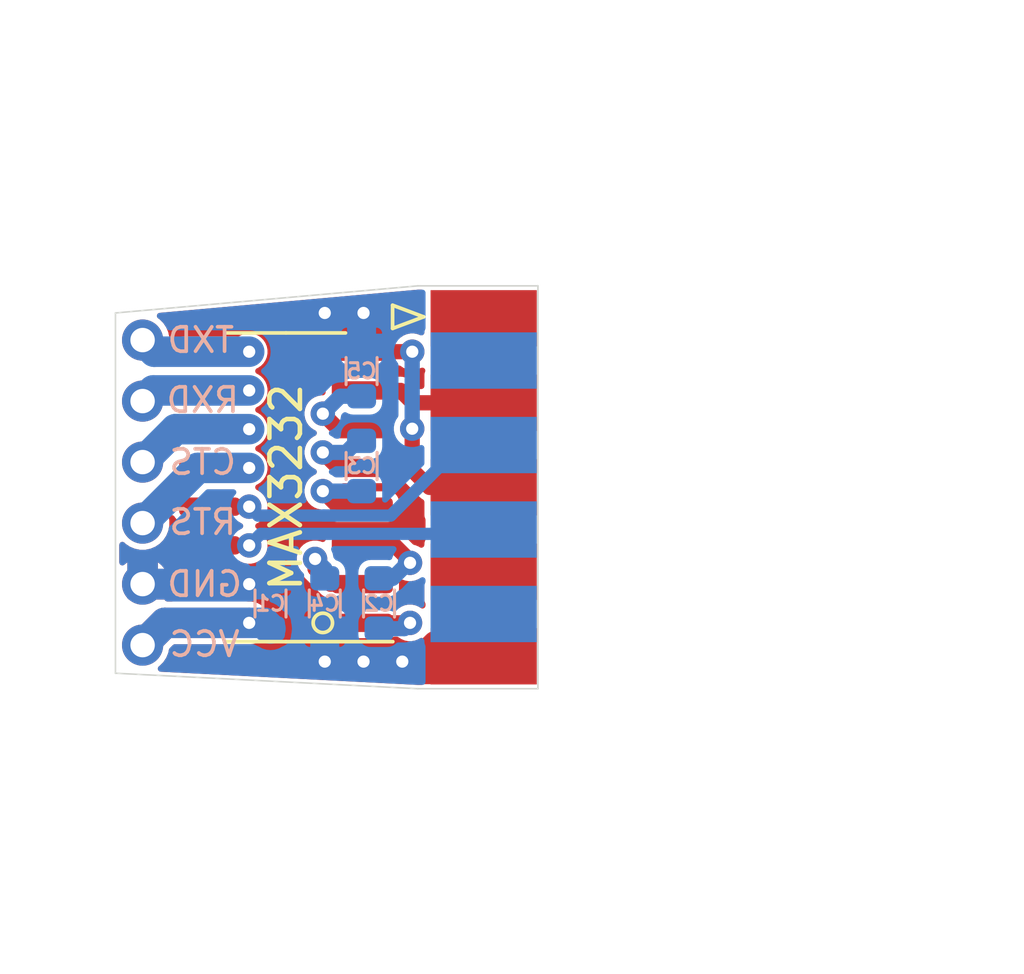
<source format=kicad_pcb>
(kicad_pcb (version 20171130) (host pcbnew "(5.1.9)-1")

  (general
    (thickness 1.6)
    (drawings 16)
    (tracks 120)
    (zones 0)
    (modules 8)
    (nets 21)
  )

  (page USLetter)
  (layers
    (0 F.Cu signal)
    (31 B.Cu signal)
    (32 B.Adhes user)
    (33 F.Adhes user)
    (34 B.Paste user)
    (35 F.Paste user)
    (36 B.SilkS user)
    (37 F.SilkS user)
    (38 B.Mask user)
    (39 F.Mask user)
    (40 Dwgs.User user)
    (41 Cmts.User user)
    (42 Eco1.User user)
    (43 Eco2.User user)
    (44 Edge.Cuts user)
    (45 Margin user)
    (46 B.CrtYd user)
    (47 F.CrtYd user)
    (48 B.Fab user)
    (49 F.Fab user)
  )

  (setup
    (last_trace_width 0.5)
    (user_trace_width 0.4)
    (user_trace_width 0.5)
    (user_trace_width 1)
    (trace_clearance 0.2)
    (zone_clearance 0.508)
    (zone_45_only no)
    (trace_min 0.2)
    (via_size 0.8)
    (via_drill 0.4)
    (via_min_size 0.4)
    (via_min_drill 0.3)
    (uvia_size 0.3)
    (uvia_drill 0.1)
    (uvias_allowed no)
    (uvia_min_size 0.2)
    (uvia_min_drill 0.1)
    (edge_width 0.05)
    (segment_width 0.2)
    (pcb_text_width 0.3)
    (pcb_text_size 1.5 1.5)
    (mod_edge_width 0.12)
    (mod_text_size 1 1)
    (mod_text_width 0.15)
    (pad_size 1.35 1.35)
    (pad_drill 0.8)
    (pad_to_mask_clearance 0)
    (aux_axis_origin 0 0)
    (visible_elements 7FFFFFFF)
    (pcbplotparams
      (layerselection 0x010fc_ffffffff)
      (usegerberextensions false)
      (usegerberattributes true)
      (usegerberadvancedattributes true)
      (creategerberjobfile true)
      (excludeedgelayer true)
      (linewidth 0.100000)
      (plotframeref false)
      (viasonmask false)
      (mode 1)
      (useauxorigin false)
      (hpglpennumber 1)
      (hpglpenspeed 20)
      (hpglpendiameter 15.000000)
      (psnegative false)
      (psa4output false)
      (plotreference true)
      (plotvalue true)
      (plotinvisibletext false)
      (padsonsilk false)
      (subtractmaskfromsilk false)
      (outputformat 1)
      (mirror false)
      (drillshape 0)
      (scaleselection 1)
      (outputdirectory "output/gerber/"))
  )

  (net 0 "")
  (net 1 GND)
  (net 2 "Net-(C2-Pad2)")
  (net 3 "Net-(C2-Pad1)")
  (net 4 "Net-(C3-Pad1)")
  (net 5 "Net-(C3-Pad2)")
  (net 6 "Net-(C4-Pad2)")
  (net 7 "Net-(C5-Pad2)")
  (net 8 "Net-(P1-Pad1)")
  (net 9 "Net-(P1-Pad2)")
  (net 10 "Net-(P1-Pad3)")
  (net 11 "Net-(P1-Pad4)")
  (net 12 "Net-(P1-Pad6)")
  (net 13 "Net-(P1-Pad7)")
  (net 14 "Net-(P1-Pad8)")
  (net 15 "Net-(P1-Pad9)")
  (net 16 CTS)
  (net 17 RTS)
  (net 18 RXD)
  (net 19 TXD)
  (net 20 VCC)

  (net_class Default "This is the default net class."
    (clearance 0.2)
    (trace_width 0.25)
    (via_dia 0.8)
    (via_drill 0.4)
    (uvia_dia 0.3)
    (uvia_drill 0.1)
    (add_net CTS)
    (add_net GND)
    (add_net "Net-(C2-Pad1)")
    (add_net "Net-(C2-Pad2)")
    (add_net "Net-(C3-Pad1)")
    (add_net "Net-(C3-Pad2)")
    (add_net "Net-(C4-Pad2)")
    (add_net "Net-(C5-Pad2)")
    (add_net "Net-(P1-Pad1)")
    (add_net "Net-(P1-Pad2)")
    (add_net "Net-(P1-Pad3)")
    (add_net "Net-(P1-Pad4)")
    (add_net "Net-(P1-Pad6)")
    (add_net "Net-(P1-Pad7)")
    (add_net "Net-(P1-Pad8)")
    (add_net "Net-(P1-Pad9)")
    (add_net RTS)
    (add_net RXD)
    (add_net TXD)
    (add_net VCC)
  )

  (module USER_Footprints:C_0603 (layer B.Cu) (tedit 637E5C5C) (tstamp 637F2BAD)
    (at 137.16 99.06 90)
    (descr "Capacitor SMD 0603 (1608 Metric), square (rectangular) end terminal, IPC_7351 nominal, (Body size source: IPC-SM-782 page 76, https://www.pcb-3d.com/wordpress/wp-content/uploads/ipc-sm-782a_amendment_1_and_2.pdf), generated with kicad-footprint-generator")
    (tags capacitor)
    (path /637FDCCD)
    (attr smd)
    (fp_text reference C4 (at 0 0 180) (layer B.SilkS)
      (effects (font (size 0.5 0.5) (thickness 0.1)) (justify mirror))
    )
    (fp_text value 1u (at 0 -0.889 90) (layer B.Fab)
      (effects (font (size 0.4 0.4) (thickness 0.08)) (justify mirror))
    )
    (fp_line (start -0.4445 -0.508) (end 0.4445 -0.508) (layer B.SilkS) (width 0.1))
    (fp_line (start -0.4445 0.508) (end 0.4445 0.508) (layer B.SilkS) (width 0.1))
    (fp_line (start 0.8 -0.4) (end -0.8 -0.4) (layer B.Fab) (width 0.1))
    (fp_line (start 0.8 0.4) (end 0.8 -0.4) (layer B.Fab) (width 0.1))
    (fp_line (start -0.8 0.4) (end 0.8 0.4) (layer B.Fab) (width 0.1))
    (fp_line (start -0.8 -0.4) (end -0.8 0.4) (layer B.Fab) (width 0.1))
    (fp_line (start -1.48 -0.73) (end -1.48 0.73) (layer B.CrtYd) (width 0.05))
    (fp_line (start -1.48 0.73) (end 1.48 0.73) (layer B.CrtYd) (width 0.05))
    (fp_line (start 1.48 0.73) (end 1.48 -0.73) (layer B.CrtYd) (width 0.05))
    (fp_line (start 1.48 -0.73) (end -1.48 -0.73) (layer B.CrtYd) (width 0.05))
    (fp_text user %R (at 0 0 90) (layer B.Fab)
      (effects (font (size 0.5 0.5) (thickness 0.1)) (justify mirror))
    )
    (pad 2 smd roundrect (at 0.825 0 90) (size 0.8 0.95) (layers B.Cu B.Paste B.Mask) (roundrect_rratio 0.25)
      (net 6 "Net-(C4-Pad2)"))
    (pad 1 smd roundrect (at -0.825 0 90) (size 0.8 0.95) (layers B.Cu B.Paste B.Mask) (roundrect_rratio 0.25)
      (net 1 GND))
    (model ${KISYS3DMOD}/Capacitor_SMD.3dshapes/C_0603_1608Metric.wrl
      (at (xyz 0 0 0))
      (scale (xyz 1 1 1))
      (rotate (xyz 0 0 0))
    )
  )

  (module Connector_PinHeader_2.00mm:PinHeader_1x06_P2.00mm_Vertical (layer B.Cu) (tedit 637F38D2) (tstamp 637FB1C3)
    (at 131.191 90.424 180)
    (descr "Through hole straight pin header, 1x06, 2.00mm pitch, single row")
    (tags "Through hole pin header THT 1x06 2.00mm single row")
    (path /638059BA)
    (fp_text reference J1 (at 0 2.06) (layer B.Fab)
      (effects (font (size 1 1) (thickness 0.15)) (justify mirror))
    )
    (fp_text value Conn_01x06 (at 0 -12.06) (layer B.Fab)
      (effects (font (size 1 1) (thickness 0.15)) (justify mirror))
    )
    (fp_line (start -0.5 1) (end 1 1) (layer B.Fab) (width 0.1))
    (fp_line (start 1 1) (end 1 -11) (layer B.Fab) (width 0.1))
    (fp_line (start 1 -11) (end -1 -11) (layer B.Fab) (width 0.1))
    (fp_line (start -1 -11) (end -1 0.5) (layer B.Fab) (width 0.1))
    (fp_line (start -1 0.5) (end -0.5 1) (layer B.Fab) (width 0.1))
    (fp_line (start -1.5 1.5) (end -1.5 -11.5) (layer B.CrtYd) (width 0.05))
    (fp_line (start -1.5 -11.5) (end 1.5 -11.5) (layer B.CrtYd) (width 0.05))
    (fp_line (start 1.5 -11.5) (end 1.5 1.5) (layer B.CrtYd) (width 0.05))
    (fp_line (start 1.5 1.5) (end -1.5 1.5) (layer B.CrtYd) (width 0.05))
    (fp_text user %R (at 0 -5 270) (layer B.Fab)
      (effects (font (size 1 1) (thickness 0.15)) (justify mirror))
    )
    (pad 1 thru_hole oval (at 0 0 180) (size 1.35 1.35) (drill 0.8) (layers *.Cu *.Mask)
      (net 19 TXD))
    (pad 2 thru_hole oval (at 0 -2 180) (size 1.35 1.35) (drill 0.8) (layers *.Cu *.Mask)
      (net 18 RXD))
    (pad 3 thru_hole oval (at 0 -4 180) (size 1.35 1.35) (drill 0.8) (layers *.Cu *.Mask)
      (net 16 CTS))
    (pad 4 thru_hole oval (at 0 -6 180) (size 1.35 1.35) (drill 0.8) (layers *.Cu *.Mask)
      (net 17 RTS))
    (pad 5 thru_hole oval (at 0 -8 180) (size 1.35 1.35) (drill 0.8) (layers *.Cu *.Mask)
      (net 1 GND))
    (pad 6 thru_hole oval (at 0 -10 180) (size 1.35 1.35) (drill 0.8) (layers *.Cu *.Mask)
      (net 20 VCC))
  )

  (module USER_Footprints:C_0603 (layer B.Cu) (tedit 637E5C5C) (tstamp 637F2B8B)
    (at 138.938 99.06 90)
    (descr "Capacitor SMD 0603 (1608 Metric), square (rectangular) end terminal, IPC_7351 nominal, (Body size source: IPC-SM-782 page 76, https://www.pcb-3d.com/wordpress/wp-content/uploads/ipc-sm-782a_amendment_1_and_2.pdf), generated with kicad-footprint-generator")
    (tags capacitor)
    (path /637FC2F6)
    (attr smd)
    (fp_text reference C2 (at 0 0 180) (layer B.SilkS)
      (effects (font (size 0.5 0.5) (thickness 0.1)) (justify mirror))
    )
    (fp_text value 1u (at 0 -0.889 90) (layer B.Fab)
      (effects (font (size 0.4 0.4) (thickness 0.08)) (justify mirror))
    )
    (fp_line (start -0.4445 -0.508) (end 0.4445 -0.508) (layer B.SilkS) (width 0.1))
    (fp_line (start -0.4445 0.508) (end 0.4445 0.508) (layer B.SilkS) (width 0.1))
    (fp_line (start 0.8 -0.4) (end -0.8 -0.4) (layer B.Fab) (width 0.1))
    (fp_line (start 0.8 0.4) (end 0.8 -0.4) (layer B.Fab) (width 0.1))
    (fp_line (start -0.8 0.4) (end 0.8 0.4) (layer B.Fab) (width 0.1))
    (fp_line (start -0.8 -0.4) (end -0.8 0.4) (layer B.Fab) (width 0.1))
    (fp_line (start -1.48 -0.73) (end -1.48 0.73) (layer B.CrtYd) (width 0.05))
    (fp_line (start -1.48 0.73) (end 1.48 0.73) (layer B.CrtYd) (width 0.05))
    (fp_line (start 1.48 0.73) (end 1.48 -0.73) (layer B.CrtYd) (width 0.05))
    (fp_line (start 1.48 -0.73) (end -1.48 -0.73) (layer B.CrtYd) (width 0.05))
    (fp_text user %R (at 0 0 90) (layer B.Fab)
      (effects (font (size 0.5 0.5) (thickness 0.1)) (justify mirror))
    )
    (pad 2 smd roundrect (at 0.825 0 90) (size 0.8 0.95) (layers B.Cu B.Paste B.Mask) (roundrect_rratio 0.25)
      (net 2 "Net-(C2-Pad2)"))
    (pad 1 smd roundrect (at -0.825 0 90) (size 0.8 0.95) (layers B.Cu B.Paste B.Mask) (roundrect_rratio 0.25)
      (net 3 "Net-(C2-Pad1)"))
    (model ${KISYS3DMOD}/Capacitor_SMD.3dshapes/C_0603_1608Metric.wrl
      (at (xyz 0 0 0))
      (scale (xyz 1 1 1))
      (rotate (xyz 0 0 0))
    )
  )

  (module Connector_Dsub:DSUB-9_Female_EdgeMount_P2.77mm (layer F.Cu) (tedit 637F3001) (tstamp 637F2C1B)
    (at 142.367 95.25 90)
    (descr "9-pin D-Sub connector, solder-cups edge-mounted, female, x-pin-pitch 2.77mm, distance of mounting holes 25mm, see https://disti-assets.s3.amazonaws.com/tonar/files/datasheets/16730.pdf")
    (tags "9-pin D-Sub connector edge mount solder cup female x-pin-pitch 2.77mm mounting holes distance 25mm")
    (path /637F236F)
    (fp_text reference P1 (at -9.463333 0 90) (layer F.Fab)
      (effects (font (size 1 1) (thickness 0.15)))
    )
    (fp_text value DB9_Female (at 0 16.86 90) (layer F.Fab)
      (effects (font (size 1 1) (thickness 0.15)))
    )
    (fp_line (start 4.94 -0.91) (end 4.94 1.99) (layer F.Fab) (width 0.1))
    (fp_line (start 4.94 1.99) (end 6.14 1.99) (layer F.Fab) (width 0.1))
    (fp_line (start 6.14 1.99) (end 6.14 -0.91) (layer F.Fab) (width 0.1))
    (fp_line (start 6.14 -0.91) (end 4.94 -0.91) (layer F.Fab) (width 0.1))
    (fp_line (start 2.17 -0.91) (end 2.17 1.99) (layer F.Fab) (width 0.1))
    (fp_line (start 2.17 1.99) (end 3.37 1.99) (layer F.Fab) (width 0.1))
    (fp_line (start 3.37 1.99) (end 3.37 -0.91) (layer F.Fab) (width 0.1))
    (fp_line (start 3.37 -0.91) (end 2.17 -0.91) (layer F.Fab) (width 0.1))
    (fp_line (start -0.6 -0.91) (end -0.6 1.99) (layer F.Fab) (width 0.1))
    (fp_line (start -0.6 1.99) (end 0.6 1.99) (layer F.Fab) (width 0.1))
    (fp_line (start 0.6 1.99) (end 0.6 -0.91) (layer F.Fab) (width 0.1))
    (fp_line (start 0.6 -0.91) (end -0.6 -0.91) (layer F.Fab) (width 0.1))
    (fp_line (start -3.37 -0.91) (end -3.37 1.99) (layer F.Fab) (width 0.1))
    (fp_line (start -3.37 1.99) (end -2.17 1.99) (layer F.Fab) (width 0.1))
    (fp_line (start -2.17 1.99) (end -2.17 -0.91) (layer F.Fab) (width 0.1))
    (fp_line (start -2.17 -0.91) (end -3.37 -0.91) (layer F.Fab) (width 0.1))
    (fp_line (start -6.14 -0.91) (end -6.14 1.99) (layer F.Fab) (width 0.1))
    (fp_line (start -6.14 1.99) (end -4.94 1.99) (layer F.Fab) (width 0.1))
    (fp_line (start -4.94 1.99) (end -4.94 -0.91) (layer F.Fab) (width 0.1))
    (fp_line (start -4.94 -0.91) (end -6.14 -0.91) (layer F.Fab) (width 0.1))
    (fp_line (start 3.555 -0.91) (end 3.555 1.99) (layer B.Fab) (width 0.1))
    (fp_line (start 3.555 1.99) (end 4.755 1.99) (layer B.Fab) (width 0.1))
    (fp_line (start 4.755 1.99) (end 4.755 -0.91) (layer B.Fab) (width 0.1))
    (fp_line (start 4.755 -0.91) (end 3.555 -0.91) (layer B.Fab) (width 0.1))
    (fp_line (start 0.785 -0.91) (end 0.785 1.99) (layer B.Fab) (width 0.1))
    (fp_line (start 0.785 1.99) (end 1.985 1.99) (layer B.Fab) (width 0.1))
    (fp_line (start 1.985 1.99) (end 1.985 -0.91) (layer B.Fab) (width 0.1))
    (fp_line (start 1.985 -0.91) (end 0.785 -0.91) (layer B.Fab) (width 0.1))
    (fp_line (start -1.985 -0.91) (end -1.985 1.99) (layer B.Fab) (width 0.1))
    (fp_line (start -1.985 1.99) (end -0.785 1.99) (layer B.Fab) (width 0.1))
    (fp_line (start -0.785 1.99) (end -0.785 -0.91) (layer B.Fab) (width 0.1))
    (fp_line (start -0.785 -0.91) (end -1.985 -0.91) (layer B.Fab) (width 0.1))
    (fp_line (start -4.755 -0.91) (end -4.755 1.99) (layer B.Fab) (width 0.1))
    (fp_line (start -4.755 1.99) (end -3.555 1.99) (layer B.Fab) (width 0.1))
    (fp_line (start -3.555 1.99) (end -3.555 -0.91) (layer B.Fab) (width 0.1))
    (fp_line (start -3.555 -0.91) (end -4.755 -0.91) (layer B.Fab) (width 0.1))
    (fp_line (start -7.55 1.99) (end -7.55 4.79) (layer F.Fab) (width 0.1))
    (fp_line (start -7.55 4.79) (end 7.55 4.79) (layer F.Fab) (width 0.1))
    (fp_line (start 7.55 4.79) (end 7.55 1.99) (layer F.Fab) (width 0.1))
    (fp_line (start 7.55 1.99) (end -7.55 1.99) (layer F.Fab) (width 0.1))
    (fp_line (start -8.55 4.79) (end -8.55 9.29) (layer F.Fab) (width 0.1))
    (fp_line (start -8.55 9.29) (end 8.55 9.29) (layer F.Fab) (width 0.1))
    (fp_line (start 8.55 9.29) (end 8.55 4.79) (layer F.Fab) (width 0.1))
    (fp_line (start 8.55 4.79) (end -8.55 4.79) (layer F.Fab) (width 0.1))
    (fp_line (start -15.425 9.29) (end -15.425 9.69) (layer F.Fab) (width 0.1))
    (fp_line (start -15.425 9.69) (end 15.425 9.69) (layer F.Fab) (width 0.1))
    (fp_line (start 15.425 9.69) (end 15.425 9.29) (layer F.Fab) (width 0.1))
    (fp_line (start 15.425 9.29) (end -15.425 9.29) (layer F.Fab) (width 0.1))
    (fp_line (start -8.15 9.69) (end -8.15 15.86) (layer F.Fab) (width 0.1))
    (fp_line (start -8.15 15.86) (end 8.15 15.86) (layer F.Fab) (width 0.1))
    (fp_line (start 8.15 15.86) (end 8.15 9.69) (layer F.Fab) (width 0.1))
    (fp_line (start 8.15 9.69) (end -8.15 9.69) (layer F.Fab) (width 0.1))
    (fp_line (start -7 -2.25) (end 7 -2.25) (layer F.CrtYd) (width 0.05))
    (fp_line (start 7 -2.25) (end 7 1.5) (layer F.CrtYd) (width 0.05))
    (fp_line (start 7 1.5) (end 8.05 1.5) (layer F.CrtYd) (width 0.05))
    (fp_line (start 8.05 1.5) (end 8.05 4.3) (layer F.CrtYd) (width 0.05))
    (fp_line (start 8.05 4.3) (end 9.05 4.3) (layer F.CrtYd) (width 0.05))
    (fp_line (start 9.05 4.3) (end 9.05 8.8) (layer F.CrtYd) (width 0.05))
    (fp_line (start 9.05 8.8) (end 15.95 8.8) (layer F.CrtYd) (width 0.05))
    (fp_line (start 15.95 8.8) (end 15.95 10.2) (layer F.CrtYd) (width 0.05))
    (fp_line (start 15.95 10.2) (end 8.65 10.2) (layer F.CrtYd) (width 0.05))
    (fp_line (start 8.65 10.2) (end 8.65 16.4) (layer F.CrtYd) (width 0.05))
    (fp_line (start 8.65 16.4) (end -8.65 16.4) (layer F.CrtYd) (width 0.05))
    (fp_line (start -8.65 16.4) (end -8.65 10.2) (layer F.CrtYd) (width 0.05))
    (fp_line (start -8.65 10.2) (end -15.95 10.2) (layer F.CrtYd) (width 0.05))
    (fp_line (start -15.95 10.2) (end -15.95 8.8) (layer F.CrtYd) (width 0.05))
    (fp_line (start -15.95 8.8) (end -9.05 8.8) (layer F.CrtYd) (width 0.05))
    (fp_line (start -9.05 8.8) (end -9.05 4.3) (layer F.CrtYd) (width 0.05))
    (fp_line (start -9.05 4.3) (end -8.05 4.3) (layer F.CrtYd) (width 0.05))
    (fp_line (start -8.05 4.3) (end -8.05 1.5) (layer F.CrtYd) (width 0.05))
    (fp_line (start -8.05 1.5) (end -7 1.5) (layer F.CrtYd) (width 0.05))
    (fp_line (start -7 1.5) (end -7 -2.25) (layer F.CrtYd) (width 0.05))
    (fp_line (start -15.425 1.99) (end 15.425 1.99) (layer Dwgs.User) (width 0.05))
    (fp_text user %R (at 0 3.39 90) (layer F.Fab)
      (effects (font (size 1 1) (thickness 0.15)))
    )
    (fp_text user "PCB edge" (at -10.425 1.323333 90) (layer Dwgs.User)
      (effects (font (size 0.5 0.5) (thickness 0.075)))
    )
    (pad 1 smd rect (at 5.54 0 90) (size 1.846667 3.48) (layers F.Cu F.Paste F.Mask)
      (net 8 "Net-(P1-Pad1)"))
    (pad 2 smd rect (at 2.77 0 90) (size 1.846667 3.48) (layers F.Cu F.Paste F.Mask)
      (net 9 "Net-(P1-Pad2)"))
    (pad 3 smd rect (at 0 0 90) (size 1.846667 3.48) (layers F.Cu F.Paste F.Mask)
      (net 10 "Net-(P1-Pad3)"))
    (pad 4 smd rect (at -2.77 0 90) (size 1.846667 3.48) (layers F.Cu F.Paste F.Mask)
      (net 11 "Net-(P1-Pad4)"))
    (pad 5 smd rect (at -5.54 0 90) (size 1.846667 3.48) (layers F.Cu F.Paste F.Mask)
      (net 1 GND))
    (pad 6 smd rect (at 4.155 0 90) (size 1.846667 3.48) (layers B.Cu B.Paste B.Mask)
      (net 12 "Net-(P1-Pad6)"))
    (pad 7 smd rect (at 1.385 0 90) (size 1.846667 3.48) (layers B.Cu B.Paste B.Mask)
      (net 13 "Net-(P1-Pad7)"))
    (pad 8 smd rect (at -1.385 0 90) (size 1.846667 3.48) (layers B.Cu B.Paste B.Mask)
      (net 14 "Net-(P1-Pad8)"))
    (pad 9 smd rect (at -4.155 0 90) (size 1.846667 3.48) (layers B.Cu B.Paste B.Mask)
      (net 15 "Net-(P1-Pad9)"))
    (model ${KIPRJMOD}/_3Dshapes/DB9_Female.step
      (offset (xyz -8.25 12.25 -16.2))
      (scale (xyz 0.915 0.915 0.915))
      (rotate (xyz -90 0 0))
    )
  )

  (module USER_Footprints:C_0603 (layer B.Cu) (tedit 637E5C5C) (tstamp 637FC643)
    (at 135.382 99.0595 90)
    (descr "Capacitor SMD 0603 (1608 Metric), square (rectangular) end terminal, IPC_7351 nominal, (Body size source: IPC-SM-782 page 76, https://www.pcb-3d.com/wordpress/wp-content/uploads/ipc-sm-782a_amendment_1_and_2.pdf), generated with kicad-footprint-generator")
    (tags capacitor)
    (path /63804BD2)
    (attr smd)
    (fp_text reference C1 (at 0 0 180) (layer B.SilkS)
      (effects (font (size 0.5 0.5) (thickness 0.1)) (justify mirror))
    )
    (fp_text value 100n (at 0 -0.889 90) (layer B.Fab)
      (effects (font (size 0.4 0.4) (thickness 0.08)) (justify mirror))
    )
    (fp_line (start 1.48 -0.73) (end -1.48 -0.73) (layer B.CrtYd) (width 0.05))
    (fp_line (start 1.48 0.73) (end 1.48 -0.73) (layer B.CrtYd) (width 0.05))
    (fp_line (start -1.48 0.73) (end 1.48 0.73) (layer B.CrtYd) (width 0.05))
    (fp_line (start -1.48 -0.73) (end -1.48 0.73) (layer B.CrtYd) (width 0.05))
    (fp_line (start -0.8 -0.4) (end -0.8 0.4) (layer B.Fab) (width 0.1))
    (fp_line (start -0.8 0.4) (end 0.8 0.4) (layer B.Fab) (width 0.1))
    (fp_line (start 0.8 0.4) (end 0.8 -0.4) (layer B.Fab) (width 0.1))
    (fp_line (start 0.8 -0.4) (end -0.8 -0.4) (layer B.Fab) (width 0.1))
    (fp_line (start -0.4445 0.508) (end 0.4445 0.508) (layer B.SilkS) (width 0.1))
    (fp_line (start -0.4445 -0.508) (end 0.4445 -0.508) (layer B.SilkS) (width 0.1))
    (fp_text user %R (at 0 0 90) (layer B.Fab)
      (effects (font (size 0.5 0.5) (thickness 0.1)) (justify mirror))
    )
    (pad 1 smd roundrect (at -0.825 0 90) (size 0.8 0.95) (layers B.Cu B.Paste B.Mask) (roundrect_rratio 0.25)
      (net 20 VCC))
    (pad 2 smd roundrect (at 0.825 0 90) (size 0.8 0.95) (layers B.Cu B.Paste B.Mask) (roundrect_rratio 0.25)
      (net 1 GND))
    (model ${KISYS3DMOD}/Capacitor_SMD.3dshapes/C_0603_1608Metric.wrl
      (at (xyz 0 0 0))
      (scale (xyz 1 1 1))
      (rotate (xyz 0 0 0))
    )
  )

  (module USER_Footprints:C_0603 (layer B.Cu) (tedit 637E5C5C) (tstamp 637F2B9C)
    (at 138.3665 94.5515 90)
    (descr "Capacitor SMD 0603 (1608 Metric), square (rectangular) end terminal, IPC_7351 nominal, (Body size source: IPC-SM-782 page 76, https://www.pcb-3d.com/wordpress/wp-content/uploads/ipc-sm-782a_amendment_1_and_2.pdf), generated with kicad-footprint-generator")
    (tags capacitor)
    (path /637FB6B6)
    (attr smd)
    (fp_text reference C3 (at 0 0 180) (layer B.SilkS)
      (effects (font (size 0.5 0.5) (thickness 0.1)) (justify mirror))
    )
    (fp_text value 1u (at 0 -0.889 90) (layer B.Fab)
      (effects (font (size 0.4 0.4) (thickness 0.08)) (justify mirror))
    )
    (fp_line (start 1.48 -0.73) (end -1.48 -0.73) (layer B.CrtYd) (width 0.05))
    (fp_line (start 1.48 0.73) (end 1.48 -0.73) (layer B.CrtYd) (width 0.05))
    (fp_line (start -1.48 0.73) (end 1.48 0.73) (layer B.CrtYd) (width 0.05))
    (fp_line (start -1.48 -0.73) (end -1.48 0.73) (layer B.CrtYd) (width 0.05))
    (fp_line (start -0.8 -0.4) (end -0.8 0.4) (layer B.Fab) (width 0.1))
    (fp_line (start -0.8 0.4) (end 0.8 0.4) (layer B.Fab) (width 0.1))
    (fp_line (start 0.8 0.4) (end 0.8 -0.4) (layer B.Fab) (width 0.1))
    (fp_line (start 0.8 -0.4) (end -0.8 -0.4) (layer B.Fab) (width 0.1))
    (fp_line (start -0.4445 0.508) (end 0.4445 0.508) (layer B.SilkS) (width 0.1))
    (fp_line (start -0.4445 -0.508) (end 0.4445 -0.508) (layer B.SilkS) (width 0.1))
    (fp_text user %R (at 0 0 90) (layer B.Fab)
      (effects (font (size 0.5 0.5) (thickness 0.1)) (justify mirror))
    )
    (pad 1 smd roundrect (at -0.825 0 90) (size 0.8 0.95) (layers B.Cu B.Paste B.Mask) (roundrect_rratio 0.25)
      (net 4 "Net-(C3-Pad1)"))
    (pad 2 smd roundrect (at 0.825 0 90) (size 0.8 0.95) (layers B.Cu B.Paste B.Mask) (roundrect_rratio 0.25)
      (net 5 "Net-(C3-Pad2)"))
    (model ${KISYS3DMOD}/Capacitor_SMD.3dshapes/C_0603_1608Metric.wrl
      (at (xyz 0 0 0))
      (scale (xyz 1 1 1))
      (rotate (xyz 0 0 0))
    )
  )

  (module USER_Footprints:C_0603 (layer B.Cu) (tedit 637E5C5C) (tstamp 637FA541)
    (at 138.3665 91.44 270)
    (descr "Capacitor SMD 0603 (1608 Metric), square (rectangular) end terminal, IPC_7351 nominal, (Body size source: IPC-SM-782 page 76, https://www.pcb-3d.com/wordpress/wp-content/uploads/ipc-sm-782a_amendment_1_and_2.pdf), generated with kicad-footprint-generator")
    (tags capacitor)
    (path /637FD34E)
    (attr smd)
    (fp_text reference C5 (at 0 0 180) (layer B.SilkS)
      (effects (font (size 0.5 0.5) (thickness 0.1)) (justify mirror))
    )
    (fp_text value 1u (at 0 -0.889 90) (layer B.Fab)
      (effects (font (size 0.4 0.4) (thickness 0.08)) (justify mirror))
    )
    (fp_line (start 1.48 -0.73) (end -1.48 -0.73) (layer B.CrtYd) (width 0.05))
    (fp_line (start 1.48 0.73) (end 1.48 -0.73) (layer B.CrtYd) (width 0.05))
    (fp_line (start -1.48 0.73) (end 1.48 0.73) (layer B.CrtYd) (width 0.05))
    (fp_line (start -1.48 -0.73) (end -1.48 0.73) (layer B.CrtYd) (width 0.05))
    (fp_line (start -0.8 -0.4) (end -0.8 0.4) (layer B.Fab) (width 0.1))
    (fp_line (start -0.8 0.4) (end 0.8 0.4) (layer B.Fab) (width 0.1))
    (fp_line (start 0.8 0.4) (end 0.8 -0.4) (layer B.Fab) (width 0.1))
    (fp_line (start 0.8 -0.4) (end -0.8 -0.4) (layer B.Fab) (width 0.1))
    (fp_line (start -0.4445 0.508) (end 0.4445 0.508) (layer B.SilkS) (width 0.1))
    (fp_line (start -0.4445 -0.508) (end 0.4445 -0.508) (layer B.SilkS) (width 0.1))
    (fp_text user %R (at 0 0 90) (layer B.Fab)
      (effects (font (size 0.5 0.5) (thickness 0.1)) (justify mirror))
    )
    (pad 1 smd roundrect (at -0.825 0 270) (size 0.8 0.95) (layers B.Cu B.Paste B.Mask) (roundrect_rratio 0.25)
      (net 1 GND))
    (pad 2 smd roundrect (at 0.825 0 270) (size 0.8 0.95) (layers B.Cu B.Paste B.Mask) (roundrect_rratio 0.25)
      (net 7 "Net-(C5-Pad2)"))
    (model ${KISYS3DMOD}/Capacitor_SMD.3dshapes/C_0603_1608Metric.wrl
      (at (xyz 0 0 0))
      (scale (xyz 1 1 1))
      (rotate (xyz 0 0 0))
    )
  )

  (module Package_SO:SOP-16_3.9x9.9mm_P1.27mm (layer F.Cu) (tedit 5F476169) (tstamp 637F3CDC)
    (at 135.89 95.25 180)
    (descr "SOP, 16 Pin (https://www.diodes.com/assets/Datasheets/PAM8403.pdf), generated with kicad-footprint-generator ipc_gullwing_generator.py")
    (tags "SOP SO")
    (path /637F3CC2)
    (attr smd)
    (fp_text reference U1 (at 0 4.3815 180 unlocked) (layer F.Fab)
      (effects (font (size 0.8 0.8) (thickness 0.12)))
    )
    (fp_text value MAX3232 (at 0 0 90) (layer F.SilkS)
      (effects (font (size 1 1) (thickness 0.15)))
    )
    (fp_line (start 0 5.06) (end 1.95 5.06) (layer F.SilkS) (width 0.12))
    (fp_line (start 0 5.06) (end -1.95 5.06) (layer F.SilkS) (width 0.12))
    (fp_line (start 0 -5.06) (end 1.95 -5.06) (layer F.SilkS) (width 0.12))
    (fp_line (start 0 -5.06) (end -3.5 -5.06) (layer F.SilkS) (width 0.12))
    (fp_line (start -0.975 -4.95) (end 1.95 -4.95) (layer F.Fab) (width 0.1))
    (fp_line (start 1.95 -4.95) (end 1.95 4.95) (layer F.Fab) (width 0.1))
    (fp_line (start 1.95 4.95) (end -1.95 4.95) (layer F.Fab) (width 0.1))
    (fp_line (start -1.95 4.95) (end -1.95 -3.975) (layer F.Fab) (width 0.1))
    (fp_line (start -1.95 -3.975) (end -0.975 -4.95) (layer F.Fab) (width 0.1))
    (fp_line (start -3.75 -5.2) (end -3.75 5.2) (layer F.CrtYd) (width 0.05))
    (fp_line (start -3.75 5.2) (end 3.75 5.2) (layer F.CrtYd) (width 0.05))
    (fp_line (start 3.75 5.2) (end 3.75 -5.2) (layer F.CrtYd) (width 0.05))
    (fp_line (start 3.75 -5.2) (end -3.75 -5.2) (layer F.CrtYd) (width 0.05))
    (fp_text user %R (at 0 0) (layer F.Fab)
      (effects (font (size 0.98 0.98) (thickness 0.15)))
    )
    (pad 1 smd roundrect (at -2.5 -4.445 180) (size 2 0.6) (layers F.Cu F.Paste F.Mask) (roundrect_rratio 0.25)
      (net 3 "Net-(C2-Pad1)"))
    (pad 2 smd roundrect (at -2.5 -3.175 180) (size 2 0.6) (layers F.Cu F.Paste F.Mask) (roundrect_rratio 0.25)
      (net 6 "Net-(C4-Pad2)"))
    (pad 3 smd roundrect (at -2.5 -1.905 180) (size 2 0.6) (layers F.Cu F.Paste F.Mask) (roundrect_rratio 0.25)
      (net 2 "Net-(C2-Pad2)"))
    (pad 4 smd roundrect (at -2.5 -0.635 180) (size 2 0.6) (layers F.Cu F.Paste F.Mask) (roundrect_rratio 0.25)
      (net 4 "Net-(C3-Pad1)"))
    (pad 5 smd roundrect (at -2.5 0.635 180) (size 2 0.6) (layers F.Cu F.Paste F.Mask) (roundrect_rratio 0.25)
      (net 5 "Net-(C3-Pad2)"))
    (pad 6 smd roundrect (at -2.5 1.905 180) (size 2 0.6) (layers F.Cu F.Paste F.Mask) (roundrect_rratio 0.25)
      (net 7 "Net-(C5-Pad2)"))
    (pad 7 smd roundrect (at -2.5 3.175 180) (size 2 0.6) (layers F.Cu F.Paste F.Mask) (roundrect_rratio 0.25)
      (net 9 "Net-(P1-Pad2)"))
    (pad 8 smd roundrect (at -2.5 4.445 180) (size 2 0.6) (layers F.Cu F.Paste F.Mask) (roundrect_rratio 0.25)
      (net 10 "Net-(P1-Pad3)"))
    (pad 9 smd roundrect (at 2.5 4.445 180) (size 2 0.6) (layers F.Cu F.Paste F.Mask) (roundrect_rratio 0.25)
      (net 19 TXD))
    (pad 10 smd roundrect (at 2.5 3.175 180) (size 2 0.6) (layers F.Cu F.Paste F.Mask) (roundrect_rratio 0.25)
      (net 18 RXD))
    (pad 11 smd roundrect (at 2.5 1.905 180) (size 2 0.6) (layers F.Cu F.Paste F.Mask) (roundrect_rratio 0.25)
      (net 16 CTS))
    (pad 12 smd roundrect (at 2.5 0.635 180) (size 2 0.6) (layers F.Cu F.Paste F.Mask) (roundrect_rratio 0.25)
      (net 17 RTS))
    (pad 13 smd roundrect (at 2.5 -0.635 180) (size 2 0.6) (layers F.Cu F.Paste F.Mask) (roundrect_rratio 0.25)
      (net 13 "Net-(P1-Pad7)"))
    (pad 14 smd roundrect (at 2.5 -1.905 180) (size 2 0.6) (layers F.Cu F.Paste F.Mask) (roundrect_rratio 0.25)
      (net 14 "Net-(P1-Pad8)"))
    (pad 15 smd roundrect (at 2.5 -3.175 180) (size 2 0.6) (layers F.Cu F.Paste F.Mask) (roundrect_rratio 0.25)
      (net 1 GND))
    (pad 16 smd roundrect (at 2.5 -4.445 180) (size 2 0.6) (layers F.Cu F.Paste F.Mask) (roundrect_rratio 0.25)
      (net 20 VCC))
    (model ${KISYS3DMOD}/Package_SO.3dshapes/SOP-16_3.9x9.9mm_P1.27mm.wrl
      (at (xyz 0 0 0))
      (scale (xyz 1 1 1))
      (rotate (xyz 0 0 0))
    )
    (model ${KISYS3DMOD}/Package_SO.3dshapes/SOIC-16_3.9x9.9mm_P1.27mm.step
      (at (xyz 0 0 0))
      (scale (xyz 1 1 1))
      (rotate (xyz 0 0 0))
    )
  )

  (gr_circle (center 137.0965 99.695) (end 137.3505 99.8855) (layer F.SilkS) (width 0.12))
  (gr_line (start 140.3985 89.662) (end 139.3825 89.281) (layer F.SilkS) (width 0.12) (tstamp 637FC121))
  (gr_line (start 139.3825 90.043) (end 140.3985 89.662) (layer F.SilkS) (width 0.12))
  (gr_line (start 139.3825 89.281) (end 139.3825 90.043) (layer F.SilkS) (width 0.12))
  (gr_text VCC (at 133.223 100.3935) (layer B.SilkS) (tstamp 637FC06C)
    (effects (font (size 0.8 0.8) (thickness 0.12)) (justify mirror))
  )
  (gr_text GND (at 133.223 98.425) (layer B.SilkS) (tstamp 637FC018)
    (effects (font (size 0.8 0.8) (thickness 0.12)) (justify mirror))
  )
  (gr_text RTS (at 133.1595 96.393) (layer B.SilkS) (tstamp 637FBF65)
    (effects (font (size 0.8 0.8) (thickness 0.12)) (justify mirror))
  )
  (gr_text CTS (at 133.1595 94.4245) (layer B.SilkS) (tstamp 637FBF61)
    (effects (font (size 0.8 0.8) (thickness 0.12)) (justify mirror))
  )
  (gr_text RXD (at 133.1595 92.3925) (layer B.SilkS) (tstamp 637FBEF0)
    (effects (font (size 0.8 0.8) (thickness 0.12)) (justify mirror))
  )
  (gr_text TXD (at 133.096 90.424) (layer B.SilkS)
    (effects (font (size 0.8 0.8) (thickness 0.12)) (justify mirror))
  )
  (gr_line (start 144.145 101.854) (end 140.208 101.854) (layer Edge.Cuts) (width 0.05) (tstamp 637F41F2))
  (gr_line (start 140.208 88.646) (end 144.145 88.646) (layer Edge.Cuts) (width 0.05) (tstamp 637F41EE))
  (gr_line (start 130.302 89.535) (end 140.208 88.646) (layer Edge.Cuts) (width 0.05) (tstamp 637F41B6))
  (gr_line (start 130.302 101.346) (end 130.302 89.535) (layer Edge.Cuts) (width 0.05))
  (gr_line (start 140.208 101.854) (end 130.302 101.346) (layer Edge.Cuts) (width 0.05))
  (gr_line (start 144.145 88.646) (end 144.145 101.854) (layer Edge.Cuts) (width 0.05))

  (via (at 139.7 100.965) (size 0.8) (drill 0.4) (layers F.Cu B.Cu) (net 1))
  (via (at 138.43 100.965) (size 0.8) (drill 0.4) (layers F.Cu B.Cu) (net 1))
  (via (at 138.43 89.535) (size 0.8) (drill 0.4) (layers F.Cu B.Cu) (net 1))
  (via (at 137.16 100.965) (size 0.8) (drill 0.4) (layers F.Cu B.Cu) (net 1))
  (segment (start 131.192 98.425) (end 131.191 98.424) (width 0.5) (layer F.Cu) (net 1))
  (segment (start 131.192 98.425) (end 131.191 98.424) (width 0.5) (layer B.Cu) (net 1))
  (segment (start 131.38 98.235) (end 131.191 98.424) (width 0.5) (layer B.Cu) (net 1))
  (segment (start 133.985 98.235) (end 134.4935 98.235) (width 0.5) (layer B.Cu) (net 1))
  (segment (start 134.4935 98.235) (end 134.6835 98.425) (width 0.5) (layer B.Cu) (net 1))
  (segment (start 134.43 98.235) (end 134.62 98.425) (width 0.5) (layer B.Cu) (net 1))
  (segment (start 134.6825 98.424) (end 134.6835 98.425) (width 1) (layer F.Cu) (net 1))
  (segment (start 133.39 98.425) (end 134.62 98.425) (width 0.5) (layer F.Cu) (net 1))
  (via (at 134.6835 98.425) (size 0.8) (drill 0.4) (layers F.Cu B.Cu) (net 1))
  (segment (start 134.6835 98.425) (end 131.192 98.425) (width 1) (layer B.Cu) (net 1))
  (segment (start 131.191 98.424) (end 134.6825 98.424) (width 1) (layer F.Cu) (net 1))
  (segment (start 142.8778 101.2063) (end 140.3858 101.2063) (width 1) (layer F.Cu) (net 1))
  (segment (start 142.367 100.79) (end 142.192 100.965) (width 1) (layer F.Cu) (net 1))
  (segment (start 139.7 100.965) (end 140.312002 100.965) (width 1) (layer F.Cu) (net 1))
  (segment (start 140.312002 100.965) (end 140.482001 100.795001) (width 1) (layer F.Cu) (net 1))
  (segment (start 140.482001 100.795001) (end 140.831501 100.445501) (width 1) (layer F.Cu) (net 1))
  (via (at 137.16 89.535) (size 0.8) (drill 0.4) (layers F.Cu B.Cu) (net 1))
  (segment (start 135.1915 98.425) (end 135.382 98.2345) (width 1) (layer B.Cu) (net 1))
  (segment (start 134.6835 98.425) (end 135.1915 98.425) (width 1) (layer B.Cu) (net 1))
  (via (at 139.954 97.7265) (size 0.8) (drill 0.4) (layers F.Cu B.Cu) (net 2))
  (segment (start 139.89 97.727) (end 139.954 97.663) (width 0.5) (layer B.Cu) (net 2))
  (segment (start 139.446 97.155) (end 139.954 97.663) (width 0.5) (layer F.Cu) (net 2))
  (segment (start 138.39 97.155) (end 139.446 97.155) (width 0.5) (layer F.Cu) (net 2))
  (segment (start 139.382 98.235) (end 139.954 97.663) (width 0.5) (layer B.Cu) (net 2))
  (segment (start 138.938 98.235) (end 139.382 98.235) (width 0.5) (layer B.Cu) (net 2))
  (via (at 139.954 99.695) (size 0.8) (drill 0.4) (layers F.Cu B.Cu) (net 3))
  (segment (start 138.39 99.695) (end 139.954 99.695) (width 0.5) (layer F.Cu) (net 3))
  (segment (start 139.764 99.885) (end 139.954 99.695) (width 0.5) (layer B.Cu) (net 3))
  (segment (start 138.938 99.885) (end 139.764 99.885) (width 0.5) (layer B.Cu) (net 3))
  (via (at 137.0965 95.377) (size 0.8) (drill 0.4) (layers F.Cu B.Cu) (net 4))
  (segment (start 137.6045 95.885) (end 137.0965 95.377) (width 0.5) (layer F.Cu) (net 4))
  (segment (start 138.39 95.885) (end 137.6045 95.885) (width 0.5) (layer F.Cu) (net 4))
  (segment (start 138.239 95.377) (end 138.3665 95.2495) (width 0.5) (layer B.Cu) (net 4))
  (segment (start 137.0965 95.377) (end 138.239 95.377) (width 0.5) (layer B.Cu) (net 4))
  (via (at 137.0965 94.107) (size 0.8) (drill 0.4) (layers F.Cu B.Cu) (net 5) (tstamp 637FA94D))
  (segment (start 137.6045 94.615) (end 137.0965 94.107) (width 0.5) (layer F.Cu) (net 5))
  (segment (start 138.39 94.615) (end 137.6045 94.615) (width 0.5) (layer F.Cu) (net 5))
  (segment (start 137.859 94.107) (end 138.3665 93.5995) (width 0.5) (layer B.Cu) (net 5))
  (segment (start 137.0965 94.107) (end 137.859 94.107) (width 0.5) (layer B.Cu) (net 5))
  (via (at 136.8425 97.5995) (size 0.8) (drill 0.4) (layers F.Cu B.Cu) (net 6) (tstamp 63810C67))
  (segment (start 138.365499 98.449501) (end 138.39 98.425) (width 0.5) (layer F.Cu) (net 6))
  (segment (start 138.39 98.425) (end 137.6553 98.425) (width 0.5) (layer F.Cu) (net 6))
  (segment (start 137.2235 98.235) (end 137.1605 98.235) (width 0.5) (layer B.Cu) (net 6))
  (segment (start 138.39 98.425) (end 137.3505 98.425) (width 0.5) (layer F.Cu) (net 6))
  (segment (start 136.8425 97.917) (end 136.8425 97.5995) (width 0.5) (layer F.Cu) (net 6))
  (segment (start 137.3505 98.425) (end 136.8425 97.917) (width 0.5) (layer F.Cu) (net 6))
  (segment (start 137.16 97.917) (end 136.8425 97.5995) (width 0.5) (layer B.Cu) (net 6))
  (segment (start 137.16 98.235) (end 137.16 97.917) (width 0.5) (layer B.Cu) (net 6))
  (via (at 137.0965 92.837) (size 0.8) (drill 0.4) (layers F.Cu B.Cu) (net 7))
  (segment (start 137.6045 93.345) (end 137.0965 92.837) (width 0.5) (layer F.Cu) (net 7))
  (segment (start 138.39 93.345) (end 137.6045 93.345) (width 0.5) (layer F.Cu) (net 7))
  (segment (start 137.6685 92.265) (end 137.0965 92.837) (width 0.5) (layer B.Cu) (net 7))
  (segment (start 138.3665 92.265) (end 137.6685 92.265) (width 0.5) (layer B.Cu) (net 7))
  (segment (start 142.24 92.48) (end 140.0415 92.48) (width 0.5) (layer F.Cu) (net 9))
  (segment (start 139.6365 92.075) (end 138.39 92.075) (width 0.5) (layer F.Cu) (net 9))
  (segment (start 140.0415 92.48) (end 139.6365 92.075) (width 0.5) (layer F.Cu) (net 9))
  (via (at 140.024801 93.329836) (size 0.8) (drill 0.4) (layers F.Cu B.Cu) (net 10))
  (via (at 140.026998 90.805) (size 0.8) (drill 0.4) (layers F.Cu B.Cu) (net 10))
  (segment (start 140.024801 90.807197) (end 140.026998 90.805) (width 0.5) (layer B.Cu) (net 10))
  (segment (start 140.024801 93.329836) (end 140.024801 90.807197) (width 0.5) (layer B.Cu) (net 10))
  (segment (start 140.026998 90.805) (end 138.39 90.805) (width 0.5) (layer F.Cu) (net 10))
  (segment (start 142.367 95.25) (end 140.589 95.25) (width 0.5) (layer F.Cu) (net 10))
  (segment (start 140.024801 94.685801) (end 140.024801 93.329836) (width 0.5) (layer F.Cu) (net 10))
  (segment (start 140.589 95.25) (end 140.024801 94.685801) (width 0.5) (layer F.Cu) (net 10))
  (via (at 134.6835 95.885) (size 0.8) (drill 0.4) (layers F.Cu B.Cu) (net 13))
  (segment (start 133.39 95.885) (end 134.62 95.885) (width 0.5) (layer F.Cu) (net 13))
  (segment (start 134.6835 95.885) (end 134.975501 96.177001) (width 0.4) (layer B.Cu) (net 13))
  (segment (start 137.121999 96.177001) (end 139.319 96.177001) (width 0.4) (layer B.Cu) (net 13))
  (segment (start 134.975501 96.177001) (end 137.121999 96.177001) (width 0.4) (layer B.Cu) (net 13))
  (segment (start 137.121999 96.177001) (end 137.480501 96.177001) (width 0.4) (layer B.Cu) (net 13))
  (segment (start 141.631001 93.865) (end 142.367 93.865) (width 0.4) (layer B.Cu) (net 13))
  (segment (start 139.319 96.177001) (end 141.631001 93.865) (width 0.4) (layer B.Cu) (net 13))
  (via (at 134.6835 97.155) (size 0.8) (drill 0.4) (layers F.Cu B.Cu) (net 14))
  (segment (start 133.39 97.155) (end 134.62 97.155) (width 0.5) (layer F.Cu) (net 14))
  (segment (start 142.367 96.635) (end 142.1645 96.8375) (width 0.3) (layer B.Cu) (net 14))
  (segment (start 142.252501 96.749499) (end 142.367 96.635) (width 0.5) (layer B.Cu) (net 14))
  (segment (start 135.061489 96.777011) (end 134.6835 97.155) (width 0.4) (layer B.Cu) (net 14))
  (segment (start 142.224989 96.777011) (end 135.061489 96.777011) (width 0.4) (layer B.Cu) (net 14))
  (segment (start 142.367 96.635) (end 142.224989 96.777011) (width 0.4) (layer B.Cu) (net 14))
  (via (at 134.6835 93.345) (size 0.8) (drill 0.4) (layers F.Cu B.Cu) (net 16))
  (segment (start 133.39 93.345) (end 134.6835 93.345) (width 0.5) (layer F.Cu) (net 16))
  (segment (start 132.27 93.345) (end 131.191 94.424) (width 0.5) (layer F.Cu) (net 16))
  (segment (start 133.39 93.345) (end 132.27 93.345) (width 0.5) (layer F.Cu) (net 16))
  (segment (start 132.27 93.345) (end 131.191 94.424) (width 1) (layer B.Cu) (net 16))
  (segment (start 134.6835 93.345) (end 132.27 93.345) (width 1) (layer B.Cu) (net 16))
  (via (at 134.6835 94.615) (size 0.8) (drill 0.4) (layers F.Cu B.Cu) (net 17))
  (segment (start 133.39 94.615) (end 134.6835 94.615) (width 0.5) (layer F.Cu) (net 17))
  (segment (start 131.191 96.235456) (end 131.191 96.424) (width 0.5) (layer F.Cu) (net 17))
  (segment (start 132.811456 94.615) (end 131.191 96.235456) (width 0.5) (layer F.Cu) (net 17))
  (segment (start 133.39 94.615) (end 132.811456 94.615) (width 0.5) (layer F.Cu) (net 17))
  (segment (start 133 94.615) (end 131.191 96.424) (width 1) (layer B.Cu) (net 17))
  (segment (start 134.6835 94.615) (end 133 94.615) (width 1) (layer B.Cu) (net 17))
  (via (at 134.6835 92.075) (size 0.8) (drill 0.4) (layers F.Cu B.Cu) (net 18))
  (segment (start 133.39 92.075) (end 134.6835 92.075) (width 0.5) (layer F.Cu) (net 18))
  (segment (start 131.54 92.075) (end 131.191 92.424) (width 0.5) (layer F.Cu) (net 18))
  (segment (start 133.39 92.075) (end 131.54 92.075) (width 0.5) (layer F.Cu) (net 18))
  (segment (start 131.54 92.075) (end 131.191 92.424) (width 1) (layer B.Cu) (net 18))
  (segment (start 134.6835 92.075) (end 131.54 92.075) (width 1) (layer B.Cu) (net 18))
  (via (at 134.6835 90.805) (size 0.8) (drill 0.4) (layers F.Cu B.Cu) (net 19))
  (segment (start 133.39 90.805) (end 134.6835 90.805) (width 0.5) (layer F.Cu) (net 19))
  (segment (start 131.572 90.805) (end 131.191 90.424) (width 0.5) (layer F.Cu) (net 19))
  (segment (start 133.39 90.805) (end 131.572 90.805) (width 0.5) (layer F.Cu) (net 19))
  (segment (start 131.572 90.805) (end 131.191 90.424) (width 1) (layer B.Cu) (net 19))
  (segment (start 134.6835 90.805) (end 131.572 90.805) (width 1) (layer B.Cu) (net 19))
  (segment (start 131.191 100.424) (end 131.605 100.424) (width 0.5) (layer B.Cu) (net 20))
  (segment (start 133.985 99.885) (end 134.4935 99.885) (width 0.5) (layer B.Cu) (net 20))
  (segment (start 134.4935 99.885) (end 134.6835 99.695) (width 0.5) (layer B.Cu) (net 20))
  (segment (start 134.43 99.885) (end 134.62 99.695) (width 0.5) (layer B.Cu) (net 20))
  (segment (start 133.39 99.695) (end 134.62 99.695) (width 0.5) (layer F.Cu) (net 20))
  (via (at 134.6835 99.695) (size 0.8) (drill 0.4) (layers F.Cu B.Cu) (net 20))
  (segment (start 134.6835 99.695) (end 131.92 99.695) (width 1) (layer B.Cu) (net 20))
  (segment (start 131.92 99.695) (end 131.191 100.424) (width 1) (layer B.Cu) (net 20))
  (segment (start 134.6835 99.695) (end 131.92 99.695) (width 1) (layer F.Cu) (net 20))
  (segment (start 131.92 99.695) (end 131.191 100.424) (width 1) (layer F.Cu) (net 20))
  (segment (start 135.1925 99.695) (end 135.382 99.8845) (width 1) (layer B.Cu) (net 20))
  (segment (start 134.6835 99.695) (end 135.1925 99.695) (width 1) (layer B.Cu) (net 20))

  (zone (net 1) (net_name GND) (layer F.Cu) (tstamp 637FC3D3) (hatch edge 0.508)
    (connect_pads (clearance 0.1))
    (min_thickness 0.2)
    (fill yes (arc_segments 32) (thermal_gap 0.2) (thermal_bridge_width 1))
    (polygon
      (pts
        (xy 140.462 101.854) (xy 140.208 101.854) (xy 130.302 101.346) (xy 130.302 89.535) (xy 140.208 88.646)
        (xy 140.462 88.646)
      )
    )
    (filled_polygon
      (pts
        (xy 140.325549 90.17099) (xy 140.23118 90.131901) (xy 140.095942 90.105) (xy 139.958054 90.105) (xy 139.822816 90.131901)
        (xy 139.695424 90.184668) (xy 139.590164 90.255) (xy 139.444729 90.255) (xy 139.412763 90.237914) (xy 139.328074 90.212224)
        (xy 139.24 90.203549) (xy 137.54 90.203549) (xy 137.451926 90.212224) (xy 137.367237 90.237914) (xy 137.289187 90.279632)
        (xy 137.220776 90.335776) (xy 137.164632 90.404187) (xy 137.122914 90.482237) (xy 137.097224 90.566926) (xy 137.088549 90.655)
        (xy 137.088549 90.955) (xy 137.097224 91.043074) (xy 137.122914 91.127763) (xy 137.164632 91.205813) (xy 137.220776 91.274224)
        (xy 137.289187 91.330368) (xy 137.367237 91.372086) (xy 137.451926 91.397776) (xy 137.54 91.406451) (xy 139.24 91.406451)
        (xy 139.328074 91.397776) (xy 139.412763 91.372086) (xy 139.444729 91.355) (xy 139.590164 91.355) (xy 139.695424 91.425332)
        (xy 139.822816 91.478099) (xy 139.958054 91.505) (xy 140.095942 91.505) (xy 140.23118 91.478099) (xy 140.356598 91.42615)
        (xy 140.348496 91.441307) (xy 140.331341 91.497857) (xy 140.325549 91.556667) (xy 140.325549 91.93) (xy 140.269317 91.93)
        (xy 140.044513 91.705196) (xy 140.02729 91.68421) (xy 139.943542 91.615479) (xy 139.847994 91.564408) (xy 139.744319 91.532958)
        (xy 139.663518 91.525) (xy 139.663508 91.525) (xy 139.6365 91.52234) (xy 139.609492 91.525) (xy 139.444729 91.525)
        (xy 139.412763 91.507914) (xy 139.328074 91.482224) (xy 139.24 91.473549) (xy 137.54 91.473549) (xy 137.451926 91.482224)
        (xy 137.367237 91.507914) (xy 137.289187 91.549632) (xy 137.220776 91.605776) (xy 137.164632 91.674187) (xy 137.122914 91.752237)
        (xy 137.097224 91.836926) (xy 137.088549 91.925) (xy 137.088549 92.137) (xy 137.027556 92.137) (xy 136.892318 92.163901)
        (xy 136.764926 92.216668) (xy 136.650276 92.293274) (xy 136.552774 92.390776) (xy 136.476168 92.505426) (xy 136.423401 92.632818)
        (xy 136.3965 92.768056) (xy 136.3965 92.905944) (xy 136.423401 93.041182) (xy 136.476168 93.168574) (xy 136.552774 93.283224)
        (xy 136.650276 93.380726) (xy 136.764926 93.457332) (xy 136.800338 93.472) (xy 136.764926 93.486668) (xy 136.650276 93.563274)
        (xy 136.552774 93.660776) (xy 136.476168 93.775426) (xy 136.423401 93.902818) (xy 136.3965 94.038056) (xy 136.3965 94.175944)
        (xy 136.423401 94.311182) (xy 136.476168 94.438574) (xy 136.552774 94.553224) (xy 136.650276 94.650726) (xy 136.764926 94.727332)
        (xy 136.800338 94.742) (xy 136.764926 94.756668) (xy 136.650276 94.833274) (xy 136.552774 94.930776) (xy 136.476168 95.045426)
        (xy 136.423401 95.172818) (xy 136.3965 95.308056) (xy 136.3965 95.445944) (xy 136.423401 95.581182) (xy 136.476168 95.708574)
        (xy 136.552774 95.823224) (xy 136.650276 95.920726) (xy 136.764926 95.997332) (xy 136.892318 96.050099) (xy 137.01648 96.074797)
        (xy 137.111361 96.169678) (xy 137.122914 96.207763) (xy 137.164632 96.285813) (xy 137.220776 96.354224) (xy 137.289187 96.410368)
        (xy 137.367237 96.452086) (xy 137.451926 96.477776) (xy 137.54 96.486451) (xy 139.24 96.486451) (xy 139.328074 96.477776)
        (xy 139.412763 96.452086) (xy 139.490813 96.410368) (xy 139.559224 96.354224) (xy 139.615368 96.285813) (xy 139.657086 96.207763)
        (xy 139.682776 96.123074) (xy 139.691451 96.035) (xy 139.691451 95.735) (xy 139.682776 95.646926) (xy 139.657086 95.562237)
        (xy 139.615368 95.484187) (xy 139.559224 95.415776) (xy 139.490813 95.359632) (xy 139.412763 95.317914) (xy 139.328074 95.292224)
        (xy 139.24 95.283549) (xy 137.791625 95.283549) (xy 137.778278 95.216451) (xy 139.24 95.216451) (xy 139.328074 95.207776)
        (xy 139.412763 95.182086) (xy 139.490813 95.140368) (xy 139.559224 95.084224) (xy 139.59975 95.034844) (xy 139.634011 95.076591)
        (xy 139.654996 95.093814) (xy 140.180991 95.619809) (xy 140.19821 95.64079) (xy 140.21919 95.658008) (xy 140.219195 95.658013)
        (xy 140.280804 95.708574) (xy 140.281958 95.709521) (xy 140.325549 95.732821) (xy 140.325549 96.173333) (xy 140.331341 96.232143)
        (xy 140.348496 96.288693) (xy 140.362 96.313957) (xy 140.362 96.956043) (xy 140.348496 96.981307) (xy 140.331341 97.037857)
        (xy 140.325549 97.096667) (xy 140.325549 97.132878) (xy 140.285574 97.106168) (xy 140.158182 97.053401) (xy 140.113288 97.044471)
        (xy 139.854013 96.785196) (xy 139.83679 96.76421) (xy 139.753042 96.695479) (xy 139.657494 96.644408) (xy 139.553819 96.612958)
        (xy 139.473018 96.605) (xy 139.473008 96.605) (xy 139.446 96.60234) (xy 139.440725 96.60286) (xy 139.412763 96.587914)
        (xy 139.328074 96.562224) (xy 139.24 96.553549) (xy 137.54 96.553549) (xy 137.451926 96.562224) (xy 137.367237 96.587914)
        (xy 137.289187 96.629632) (xy 137.220776 96.685776) (xy 137.164632 96.754187) (xy 137.122914 96.832237) (xy 137.097224 96.916926)
        (xy 137.094346 96.946144) (xy 137.046682 96.926401) (xy 136.911444 96.8995) (xy 136.773556 96.8995) (xy 136.638318 96.926401)
        (xy 136.510926 96.979168) (xy 136.396276 97.055774) (xy 136.298774 97.153276) (xy 136.222168 97.267926) (xy 136.169401 97.395318)
        (xy 136.1425 97.530556) (xy 136.1425 97.668444) (xy 136.169401 97.803682) (xy 136.222168 97.931074) (xy 136.298774 98.045724)
        (xy 136.310295 98.057245) (xy 136.331908 98.128493) (xy 136.382979 98.224042) (xy 136.45171 98.30779) (xy 136.472696 98.325013)
        (xy 136.942486 98.794803) (xy 136.95971 98.81579) (xy 137.043458 98.884521) (xy 137.139006 98.935592) (xy 137.242681 98.967042)
        (xy 137.323482 98.975) (xy 137.323491 98.975) (xy 137.337932 98.976422) (xy 137.367237 98.992086) (xy 137.451926 99.017776)
        (xy 137.54 99.026451) (xy 139.24 99.026451) (xy 139.328074 99.017776) (xy 139.412763 98.992086) (xy 139.490813 98.950368)
        (xy 139.559224 98.894224) (xy 139.615368 98.825813) (xy 139.657086 98.747763) (xy 139.682776 98.663074) (xy 139.691451 98.575)
        (xy 139.691451 98.375423) (xy 139.749818 98.399599) (xy 139.885056 98.4265) (xy 140.022944 98.4265) (xy 140.158182 98.399599)
        (xy 140.285574 98.346832) (xy 140.325549 98.320122) (xy 140.325549 98.943333) (xy 140.331341 99.002143) (xy 140.348496 99.058693)
        (xy 140.362 99.083957) (xy 140.362 99.125734) (xy 140.285574 99.074668) (xy 140.158182 99.021901) (xy 140.022944 98.995)
        (xy 139.885056 98.995) (xy 139.749818 99.021901) (xy 139.622426 99.074668) (xy 139.517166 99.145) (xy 139.444729 99.145)
        (xy 139.412763 99.127914) (xy 139.328074 99.102224) (xy 139.24 99.093549) (xy 137.54 99.093549) (xy 137.451926 99.102224)
        (xy 137.367237 99.127914) (xy 137.289187 99.169632) (xy 137.220776 99.225776) (xy 137.164632 99.294187) (xy 137.122914 99.372237)
        (xy 137.097224 99.456926) (xy 137.088549 99.545) (xy 137.088549 99.845) (xy 137.097224 99.933074) (xy 137.122914 100.017763)
        (xy 137.164632 100.095813) (xy 137.220776 100.164224) (xy 137.289187 100.220368) (xy 137.367237 100.262086) (xy 137.451926 100.287776)
        (xy 137.54 100.296451) (xy 139.24 100.296451) (xy 139.328074 100.287776) (xy 139.412763 100.262086) (xy 139.444729 100.245)
        (xy 139.517166 100.245) (xy 139.622426 100.315332) (xy 139.749818 100.368099) (xy 139.885056 100.395) (xy 140.022944 100.395)
        (xy 140.158182 100.368099) (xy 140.285574 100.315332) (xy 140.326912 100.287711) (xy 140.327 100.315) (xy 140.362 100.35)
        (xy 140.362 101.23) (xy 140.327 101.265) (xy 140.325821 101.629) (xy 140.213765 101.629) (xy 131.789127 101.196968)
        (xy 131.812527 101.181332) (xy 131.948332 101.045527) (xy 132.055034 100.885836) (xy 132.128532 100.708397) (xy 132.151018 100.595352)
        (xy 132.25137 100.495) (xy 134.722793 100.495) (xy 134.840327 100.483424) (xy 134.991128 100.437679) (xy 135.130106 100.363393)
        (xy 135.251922 100.263422) (xy 135.351893 100.141606) (xy 135.426179 100.002628) (xy 135.471924 99.851827) (xy 135.48737 99.695)
        (xy 135.471924 99.538173) (xy 135.426179 99.387372) (xy 135.351893 99.248394) (xy 135.251922 99.126578) (xy 135.130106 99.026607)
        (xy 134.991128 98.952321) (xy 134.840327 98.906576) (xy 134.722793 98.895) (xy 134.638578 98.895) (xy 134.640648 98.892478)
        (xy 134.668505 98.840361) (xy 134.68566 98.78381) (xy 134.691452 98.725) (xy 134.69 98.7) (xy 134.615 98.625)
        (xy 133.79 98.625) (xy 133.79 98.725) (xy 132.99 98.725) (xy 132.99 98.625) (xy 132.165 98.625)
        (xy 132.09 98.7) (xy 132.088548 98.725) (xy 132.09434 98.78381) (xy 132.111495 98.840361) (xy 132.139352 98.892478)
        (xy 132.141422 98.895) (xy 132.002213 98.895) (xy 131.997226 98.824) (xy 131.591 98.824) (xy 131.591 98.844)
        (xy 130.791 98.844) (xy 130.791 98.824) (xy 130.771 98.824) (xy 130.771 98.125) (xy 132.088548 98.125)
        (xy 132.09 98.15) (xy 132.165 98.225) (xy 132.99 98.225) (xy 132.99 97.9) (xy 133.79 97.9)
        (xy 133.79 98.225) (xy 134.615 98.225) (xy 134.69 98.15) (xy 134.691452 98.125) (xy 134.68566 98.06619)
        (xy 134.668505 98.009639) (xy 134.640648 97.957522) (xy 134.603159 97.911841) (xy 134.557478 97.874352) (xy 134.505361 97.846495)
        (xy 134.44881 97.82934) (xy 134.39 97.823548) (xy 133.865 97.825) (xy 133.79 97.9) (xy 132.99 97.9)
        (xy 132.915 97.825) (xy 132.39 97.823548) (xy 132.33119 97.82934) (xy 132.274639 97.846495) (xy 132.222522 97.874352)
        (xy 132.176841 97.911841) (xy 132.139352 97.957522) (xy 132.111495 98.009639) (xy 132.09434 98.06619) (xy 132.088548 98.125)
        (xy 130.771 98.125) (xy 130.771 98.024) (xy 130.791 98.024) (xy 130.791 97.609804) (xy 131.591 97.609804)
        (xy 131.591 98.024) (xy 131.997226 98.024) (xy 132.00665 97.889828) (xy 131.996659 97.874835) (xy 131.874042 97.728211)
        (xy 131.725176 97.608325) (xy 131.591 97.609804) (xy 130.791 97.609804) (xy 130.656824 97.608325) (xy 130.527 97.712876)
        (xy 130.527 97.138859) (xy 130.569473 97.181332) (xy 130.729164 97.288034) (xy 130.906603 97.361532) (xy 131.094971 97.399)
        (xy 131.287029 97.399) (xy 131.475397 97.361532) (xy 131.652836 97.288034) (xy 131.812527 97.181332) (xy 131.948332 97.045527)
        (xy 132.055034 96.885836) (xy 132.128532 96.708397) (xy 132.166 96.520029) (xy 132.166 96.327971) (xy 132.153455 96.264902)
        (xy 132.164632 96.285813) (xy 132.220776 96.354224) (xy 132.289187 96.410368) (xy 132.367237 96.452086) (xy 132.451926 96.477776)
        (xy 132.54 96.486451) (xy 134.24 96.486451) (xy 134.312919 96.479269) (xy 134.351926 96.505332) (xy 134.387338 96.52)
        (xy 134.351926 96.534668) (xy 134.312919 96.560731) (xy 134.24 96.553549) (xy 132.54 96.553549) (xy 132.451926 96.562224)
        (xy 132.367237 96.587914) (xy 132.289187 96.629632) (xy 132.220776 96.685776) (xy 132.164632 96.754187) (xy 132.122914 96.832237)
        (xy 132.097224 96.916926) (xy 132.088549 97.005) (xy 132.088549 97.305) (xy 132.097224 97.393074) (xy 132.122914 97.477763)
        (xy 132.164632 97.555813) (xy 132.220776 97.624224) (xy 132.289187 97.680368) (xy 132.367237 97.722086) (xy 132.451926 97.747776)
        (xy 132.54 97.756451) (xy 134.24 97.756451) (xy 134.312919 97.749269) (xy 134.351926 97.775332) (xy 134.479318 97.828099)
        (xy 134.614556 97.855) (xy 134.752444 97.855) (xy 134.887682 97.828099) (xy 135.015074 97.775332) (xy 135.129724 97.698726)
        (xy 135.227226 97.601224) (xy 135.303832 97.486574) (xy 135.356599 97.359182) (xy 135.3835 97.223944) (xy 135.3835 97.086056)
        (xy 135.356599 96.950818) (xy 135.303832 96.823426) (xy 135.227226 96.708776) (xy 135.129724 96.611274) (xy 135.015074 96.534668)
        (xy 134.979662 96.52) (xy 135.015074 96.505332) (xy 135.129724 96.428726) (xy 135.227226 96.331224) (xy 135.303832 96.216574)
        (xy 135.356599 96.089182) (xy 135.3835 95.953944) (xy 135.3835 95.816056) (xy 135.356599 95.680818) (xy 135.303832 95.553426)
        (xy 135.227226 95.438776) (xy 135.129724 95.341274) (xy 135.015074 95.264668) (xy 134.979662 95.25) (xy 135.015074 95.235332)
        (xy 135.129724 95.158726) (xy 135.227226 95.061224) (xy 135.303832 94.946574) (xy 135.356599 94.819182) (xy 135.3835 94.683944)
        (xy 135.3835 94.546056) (xy 135.356599 94.410818) (xy 135.303832 94.283426) (xy 135.227226 94.168776) (xy 135.129724 94.071274)
        (xy 135.015074 93.994668) (xy 134.979662 93.98) (xy 135.015074 93.965332) (xy 135.129724 93.888726) (xy 135.227226 93.791224)
        (xy 135.303832 93.676574) (xy 135.356599 93.549182) (xy 135.3835 93.413944) (xy 135.3835 93.276056) (xy 135.356599 93.140818)
        (xy 135.303832 93.013426) (xy 135.227226 92.898776) (xy 135.129724 92.801274) (xy 135.015074 92.724668) (xy 134.979662 92.71)
        (xy 135.015074 92.695332) (xy 135.129724 92.618726) (xy 135.227226 92.521224) (xy 135.303832 92.406574) (xy 135.356599 92.279182)
        (xy 135.3835 92.143944) (xy 135.3835 92.006056) (xy 135.356599 91.870818) (xy 135.303832 91.743426) (xy 135.227226 91.628776)
        (xy 135.129724 91.531274) (xy 135.015074 91.454668) (xy 134.979662 91.44) (xy 135.015074 91.425332) (xy 135.129724 91.348726)
        (xy 135.227226 91.251224) (xy 135.303832 91.136574) (xy 135.356599 91.009182) (xy 135.3835 90.873944) (xy 135.3835 90.736056)
        (xy 135.356599 90.600818) (xy 135.303832 90.473426) (xy 135.227226 90.358776) (xy 135.129724 90.261274) (xy 135.015074 90.184668)
        (xy 134.887682 90.131901) (xy 134.752444 90.105) (xy 134.614556 90.105) (xy 134.479318 90.131901) (xy 134.351926 90.184668)
        (xy 134.312919 90.210731) (xy 134.24 90.203549) (xy 132.54 90.203549) (xy 132.451926 90.212224) (xy 132.367237 90.237914)
        (xy 132.335271 90.255) (xy 132.151485 90.255) (xy 132.128532 90.139603) (xy 132.055034 89.962164) (xy 131.948332 89.802473)
        (xy 131.812527 89.666668) (xy 131.758003 89.630237) (xy 140.218076 88.871) (xy 140.325549 88.871)
      )
    )
  )
  (zone (net 1) (net_name GND) (layer B.Cu) (tstamp 637FC3D0) (hatch edge 0.508)
    (connect_pads (clearance 0.1))
    (min_thickness 0.2)
    (fill yes (arc_segments 32) (thermal_gap 0.2) (thermal_bridge_width 1))
    (polygon
      (pts
        (xy 140.462 88.646) (xy 140.208 88.654141) (xy 130.302 89.535) (xy 130.302 101.346) (xy 140.208 101.862141)
        (xy 140.462 101.854)
      )
    )
    (filled_polygon
      (pts
        (xy 134.139774 95.438776) (xy 134.063168 95.553426) (xy 134.010401 95.680818) (xy 133.9835 95.816056) (xy 133.9835 95.953944)
        (xy 134.010401 96.089182) (xy 134.063168 96.216574) (xy 134.139774 96.331224) (xy 134.237276 96.428726) (xy 134.351926 96.505332)
        (xy 134.387338 96.52) (xy 134.351926 96.534668) (xy 134.237276 96.611274) (xy 134.139774 96.708776) (xy 134.063168 96.823426)
        (xy 134.010401 96.950818) (xy 133.9835 97.086056) (xy 133.9835 97.223944) (xy 134.010401 97.359182) (xy 134.063168 97.486574)
        (xy 134.139774 97.601224) (xy 134.237276 97.698726) (xy 134.351926 97.775332) (xy 134.479318 97.828099) (xy 134.606647 97.853427)
        (xy 134.607 97.8595) (xy 134.682 97.9345) (xy 135.007 97.9345) (xy 135.007 97.778676) (xy 135.015074 97.775332)
        (xy 135.129724 97.698726) (xy 135.21895 97.6095) (xy 135.757 97.6095) (xy 135.757 97.9345) (xy 136.082 97.9345)
        (xy 136.157 97.8595) (xy 136.158452 97.8345) (xy 136.15266 97.77569) (xy 136.135505 97.719139) (xy 136.107648 97.667022)
        (xy 136.070159 97.621341) (xy 136.024478 97.583852) (xy 135.972361 97.555995) (xy 135.91581 97.53884) (xy 135.857 97.533048)
        (xy 135.832 97.5345) (xy 135.757 97.6095) (xy 135.21895 97.6095) (xy 135.227226 97.601224) (xy 135.303832 97.486574)
        (xy 135.356599 97.359182) (xy 135.372944 97.277011) (xy 136.218405 97.277011) (xy 136.169401 97.395318) (xy 136.1425 97.530556)
        (xy 136.1425 97.668444) (xy 136.169401 97.803682) (xy 136.222168 97.931074) (xy 136.298774 98.045724) (xy 136.383549 98.130499)
        (xy 136.383549 98.435) (xy 136.393184 98.532828) (xy 136.42172 98.626897) (xy 136.468059 98.713591) (xy 136.530421 98.789579)
        (xy 136.606409 98.851941) (xy 136.693103 98.89828) (xy 136.787172 98.926816) (xy 136.885 98.936451) (xy 137.435 98.936451)
        (xy 137.532828 98.926816) (xy 137.626897 98.89828) (xy 137.713591 98.851941) (xy 137.789579 98.789579) (xy 137.851941 98.713591)
        (xy 137.89828 98.626897) (xy 137.926816 98.532828) (xy 137.936451 98.435) (xy 137.936451 98.035) (xy 137.926816 97.937172)
        (xy 137.89828 97.843103) (xy 137.851941 97.756409) (xy 137.789579 97.680421) (xy 137.713591 97.618059) (xy 137.626897 97.57172)
        (xy 137.575292 97.556066) (xy 137.55079 97.52621) (xy 137.539849 97.517231) (xy 137.515599 97.395318) (xy 137.466595 97.277011)
        (xy 139.413539 97.277011) (xy 139.410274 97.280276) (xy 139.333668 97.394926) (xy 139.280901 97.522318) (xy 139.277405 97.539892)
        (xy 139.213 97.533549) (xy 138.663 97.533549) (xy 138.565172 97.543184) (xy 138.471103 97.57172) (xy 138.384409 97.618059)
        (xy 138.308421 97.680421) (xy 138.246059 97.756409) (xy 138.19972 97.843103) (xy 138.171184 97.937172) (xy 138.161549 98.035)
        (xy 138.161549 98.435) (xy 138.171184 98.532828) (xy 138.19972 98.626897) (xy 138.246059 98.713591) (xy 138.308421 98.789579)
        (xy 138.384409 98.851941) (xy 138.471103 98.89828) (xy 138.565172 98.926816) (xy 138.663 98.936451) (xy 139.213 98.936451)
        (xy 139.310828 98.926816) (xy 139.404897 98.89828) (xy 139.491591 98.851941) (xy 139.567579 98.789579) (xy 139.611637 98.735894)
        (xy 139.689042 98.694521) (xy 139.77279 98.62579) (xy 139.790013 98.604805) (xy 139.968317 98.4265) (xy 140.022944 98.4265)
        (xy 140.158182 98.399599) (xy 140.285574 98.346832) (xy 140.362 98.295766) (xy 140.362 98.341043) (xy 140.348496 98.366307)
        (xy 140.331341 98.422857) (xy 140.325549 98.481667) (xy 140.325549 99.101378) (xy 140.285574 99.074668) (xy 140.158182 99.021901)
        (xy 140.022944 98.995) (xy 139.885056 98.995) (xy 139.749818 99.021901) (xy 139.622426 99.074668) (xy 139.507776 99.151274)
        (xy 139.426033 99.233017) (xy 139.404897 99.22172) (xy 139.310828 99.193184) (xy 139.213 99.183549) (xy 138.663 99.183549)
        (xy 138.565172 99.193184) (xy 138.471103 99.22172) (xy 138.384409 99.268059) (xy 138.308421 99.330421) (xy 138.246059 99.406409)
        (xy 138.19972 99.493103) (xy 138.171184 99.587172) (xy 138.161549 99.685) (xy 138.161549 100.085) (xy 138.171184 100.182828)
        (xy 138.19972 100.276897) (xy 138.246059 100.363591) (xy 138.308421 100.439579) (xy 138.384409 100.501941) (xy 138.471103 100.54828)
        (xy 138.565172 100.576816) (xy 138.663 100.586451) (xy 139.213 100.586451) (xy 139.310828 100.576816) (xy 139.404897 100.54828)
        (xy 139.491591 100.501941) (xy 139.567579 100.439579) (xy 139.571337 100.435) (xy 139.736992 100.435) (xy 139.764 100.43766)
        (xy 139.791008 100.435) (xy 139.791018 100.435) (xy 139.871819 100.427042) (xy 139.975494 100.395592) (xy 139.976602 100.395)
        (xy 140.022944 100.395) (xy 140.158182 100.368099) (xy 140.285574 100.315332) (xy 140.325549 100.288622) (xy 140.325549 100.328333)
        (xy 140.331341 100.387143) (xy 140.348496 100.443693) (xy 140.362 100.468957) (xy 140.362 101.629) (xy 140.213765 101.629)
        (xy 131.789127 101.196968) (xy 131.812527 101.181332) (xy 131.948332 101.045527) (xy 132.055034 100.885836) (xy 132.128532 100.708397)
        (xy 132.151018 100.595352) (xy 132.25137 100.495) (xy 134.820561 100.495) (xy 134.828409 100.501441) (xy 134.915103 100.54778)
        (xy 134.939903 100.555303) (xy 135.074373 100.627178) (xy 135.225172 100.672923) (xy 135.381999 100.688369) (xy 135.538826 100.672923)
        (xy 135.689627 100.627178) (xy 135.824097 100.555303) (xy 135.848897 100.54778) (xy 135.935591 100.501441) (xy 136.011579 100.439079)
        (xy 136.073941 100.363091) (xy 136.115681 100.285) (xy 136.383548 100.285) (xy 136.38934 100.34381) (xy 136.406495 100.400361)
        (xy 136.434352 100.452478) (xy 136.471841 100.498159) (xy 136.517522 100.535648) (xy 136.569639 100.563505) (xy 136.62619 100.58066)
        (xy 136.685 100.586452) (xy 136.71 100.585) (xy 136.785 100.51) (xy 136.785 100.185) (xy 137.535 100.185)
        (xy 137.535 100.51) (xy 137.61 100.585) (xy 137.635 100.586452) (xy 137.69381 100.58066) (xy 137.750361 100.563505)
        (xy 137.802478 100.535648) (xy 137.848159 100.498159) (xy 137.885648 100.452478) (xy 137.913505 100.400361) (xy 137.93066 100.34381)
        (xy 137.936452 100.285) (xy 137.935 100.26) (xy 137.86 100.185) (xy 137.535 100.185) (xy 136.785 100.185)
        (xy 136.46 100.185) (xy 136.385 100.26) (xy 136.383548 100.285) (xy 136.115681 100.285) (xy 136.12028 100.276397)
        (xy 136.148816 100.182328) (xy 136.158451 100.0845) (xy 136.158451 100.080792) (xy 136.170423 100.041326) (xy 136.185869 99.884499)
        (xy 136.170423 99.727672) (xy 136.158451 99.688206) (xy 136.158451 99.6845) (xy 136.148816 99.586672) (xy 136.12028 99.492603)
        (xy 136.116217 99.485) (xy 136.383548 99.485) (xy 136.385 99.51) (xy 136.46 99.585) (xy 136.785 99.585)
        (xy 136.785 99.26) (xy 137.535 99.26) (xy 137.535 99.585) (xy 137.86 99.585) (xy 137.935 99.51)
        (xy 137.936452 99.485) (xy 137.93066 99.42619) (xy 137.913505 99.369639) (xy 137.885648 99.317522) (xy 137.848159 99.271841)
        (xy 137.802478 99.234352) (xy 137.750361 99.206495) (xy 137.69381 99.18934) (xy 137.635 99.183548) (xy 137.61 99.185)
        (xy 137.535 99.26) (xy 136.785 99.26) (xy 136.71 99.185) (xy 136.685 99.183548) (xy 136.62619 99.18934)
        (xy 136.569639 99.206495) (xy 136.517522 99.234352) (xy 136.471841 99.271841) (xy 136.434352 99.317522) (xy 136.406495 99.369639)
        (xy 136.38934 99.42619) (xy 136.383548 99.485) (xy 136.116217 99.485) (xy 136.073941 99.405909) (xy 136.011579 99.329921)
        (xy 135.935591 99.267559) (xy 135.85146 99.22259) (xy 135.785973 99.157103) (xy 135.760922 99.126578) (xy 135.639106 99.026607)
        (xy 135.500128 98.952321) (xy 135.44138 98.9345) (xy 135.782002 98.9345) (xy 135.782002 98.884502) (xy 135.832 98.9345)
        (xy 135.857 98.935952) (xy 135.91581 98.93016) (xy 135.972361 98.913005) (xy 136.024478 98.885148) (xy 136.070159 98.847659)
        (xy 136.107648 98.801978) (xy 136.135505 98.749861) (xy 136.15266 98.69331) (xy 136.158452 98.6345) (xy 136.157 98.6095)
        (xy 136.082 98.5345) (xy 135.757 98.5345) (xy 135.757 98.6345) (xy 135.007 98.6345) (xy 135.007 98.5345)
        (xy 134.682 98.5345) (xy 134.607 98.6095) (xy 134.605548 98.6345) (xy 134.61134 98.69331) (xy 134.628495 98.749861)
        (xy 134.656352 98.801978) (xy 134.693841 98.847659) (xy 134.739522 98.885148) (xy 134.757954 98.895) (xy 132.002213 98.895)
        (xy 131.997226 98.824) (xy 131.591 98.824) (xy 131.591 98.844) (xy 130.791 98.844) (xy 130.791 98.824)
        (xy 130.771 98.824) (xy 130.771 98.024) (xy 130.791 98.024) (xy 130.791 97.609804) (xy 131.591 97.609804)
        (xy 131.591 98.024) (xy 131.997226 98.024) (xy 132.00665 97.889828) (xy 131.996659 97.874835) (xy 131.874042 97.728211)
        (xy 131.725176 97.608325) (xy 131.591 97.609804) (xy 130.791 97.609804) (xy 130.656824 97.608325) (xy 130.527 97.712876)
        (xy 130.527 97.138859) (xy 130.569473 97.181332) (xy 130.729164 97.288034) (xy 130.906603 97.361532) (xy 131.094971 97.399)
        (xy 131.287029 97.399) (xy 131.475397 97.361532) (xy 131.652836 97.288034) (xy 131.812527 97.181332) (xy 131.948332 97.045527)
        (xy 132.055034 96.885836) (xy 132.128532 96.708397) (xy 132.151017 96.595353) (xy 133.331371 95.415) (xy 134.16355 95.415)
      )
    )
    (filled_polygon
      (pts
        (xy 140.362 90.031043) (xy 140.348496 90.056307) (xy 140.331341 90.112857) (xy 140.325613 90.171016) (xy 140.23118 90.131901)
        (xy 140.095942 90.105) (xy 139.958054 90.105) (xy 139.822816 90.131901) (xy 139.695424 90.184668) (xy 139.580774 90.261274)
        (xy 139.483272 90.358776) (xy 139.406666 90.473426) (xy 139.353899 90.600818) (xy 139.326998 90.736056) (xy 139.326998 90.873944)
        (xy 139.353899 91.009182) (xy 139.406666 91.136574) (xy 139.474802 91.238547) (xy 139.474801 92.893002) (xy 139.404469 92.998262)
        (xy 139.351702 93.125654) (xy 139.324801 93.260892) (xy 139.324801 93.39878) (xy 139.351702 93.534018) (xy 139.404469 93.66141)
        (xy 139.481075 93.77606) (xy 139.578577 93.873562) (xy 139.693227 93.950168) (xy 139.820619 94.002935) (xy 139.955857 94.029836)
        (xy 140.093745 94.029836) (xy 140.228983 94.002935) (xy 140.325549 93.962936) (xy 140.325549 94.463346) (xy 139.135364 95.653532)
        (xy 139.142951 95.5765) (xy 139.142951 95.1765) (xy 139.133316 95.078672) (xy 139.10478 94.984603) (xy 139.058441 94.897909)
        (xy 138.996079 94.821921) (xy 138.920091 94.759559) (xy 138.833397 94.71322) (xy 138.739328 94.684684) (xy 138.6415 94.675049)
        (xy 138.0915 94.675049) (xy 137.993672 94.684684) (xy 137.899603 94.71322) (xy 137.812909 94.759559) (xy 137.736921 94.821921)
        (xy 137.732753 94.827) (xy 137.533334 94.827) (xy 137.428074 94.756668) (xy 137.392662 94.742) (xy 137.428074 94.727332)
        (xy 137.533334 94.657) (xy 137.831992 94.657) (xy 137.859 94.65966) (xy 137.886008 94.657) (xy 137.886018 94.657)
        (xy 137.966819 94.649042) (xy 138.070494 94.617592) (xy 138.166042 94.566521) (xy 138.24979 94.49779) (xy 138.267012 94.476805)
        (xy 138.315866 94.427951) (xy 138.6415 94.427951) (xy 138.739328 94.418316) (xy 138.833397 94.38978) (xy 138.920091 94.343441)
        (xy 138.996079 94.281079) (xy 139.058441 94.205091) (xy 139.10478 94.118397) (xy 139.133316 94.024328) (xy 139.142951 93.9265)
        (xy 139.142951 93.5265) (xy 139.133316 93.428672) (xy 139.10478 93.334603) (xy 139.058441 93.247909) (xy 138.996079 93.171921)
        (xy 138.920091 93.109559) (xy 138.833397 93.06322) (xy 138.739328 93.034684) (xy 138.6415 93.025049) (xy 138.0915 93.025049)
        (xy 137.993672 93.034684) (xy 137.899603 93.06322) (xy 137.812909 93.109559) (xy 137.736921 93.171921) (xy 137.674559 93.247909)
        (xy 137.62822 93.334603) (xy 137.599684 93.428672) (xy 137.590049 93.5265) (xy 137.590049 93.557) (xy 137.533334 93.557)
        (xy 137.428074 93.486668) (xy 137.392662 93.472) (xy 137.428074 93.457332) (xy 137.542724 93.380726) (xy 137.640226 93.283224)
        (xy 137.716832 93.168574) (xy 137.769599 93.041182) (xy 137.794297 92.917021) (xy 137.82364 92.887677) (xy 137.899603 92.92828)
        (xy 137.993672 92.956816) (xy 138.0915 92.966451) (xy 138.6415 92.966451) (xy 138.739328 92.956816) (xy 138.833397 92.92828)
        (xy 138.920091 92.881941) (xy 138.996079 92.819579) (xy 139.058441 92.743591) (xy 139.10478 92.656897) (xy 139.133316 92.562828)
        (xy 139.142951 92.465) (xy 139.142951 92.065) (xy 139.133316 91.967172) (xy 139.10478 91.873103) (xy 139.058441 91.786409)
        (xy 138.996079 91.710421) (xy 138.920091 91.648059) (xy 138.833397 91.60172) (xy 138.739328 91.573184) (xy 138.6415 91.563549)
        (xy 138.0915 91.563549) (xy 137.993672 91.573184) (xy 137.899603 91.60172) (xy 137.812909 91.648059) (xy 137.736921 91.710421)
        (xy 137.733163 91.715) (xy 137.695507 91.715) (xy 137.668499 91.71234) (xy 137.641491 91.715) (xy 137.641482 91.715)
        (xy 137.560681 91.722958) (xy 137.457006 91.754408) (xy 137.432752 91.767372) (xy 137.361457 91.805479) (xy 137.298695 91.856987)
        (xy 137.29869 91.856992) (xy 137.27771 91.87421) (xy 137.260491 91.895191) (xy 137.016479 92.139203) (xy 136.892318 92.163901)
        (xy 136.764926 92.216668) (xy 136.650276 92.293274) (xy 136.552774 92.390776) (xy 136.476168 92.505426) (xy 136.423401 92.632818)
        (xy 136.3965 92.768056) (xy 136.3965 92.905944) (xy 136.423401 93.041182) (xy 136.476168 93.168574) (xy 136.552774 93.283224)
        (xy 136.650276 93.380726) (xy 136.764926 93.457332) (xy 136.800338 93.472) (xy 136.764926 93.486668) (xy 136.650276 93.563274)
        (xy 136.552774 93.660776) (xy 136.476168 93.775426) (xy 136.423401 93.902818) (xy 136.3965 94.038056) (xy 136.3965 94.175944)
        (xy 136.423401 94.311182) (xy 136.476168 94.438574) (xy 136.552774 94.553224) (xy 136.650276 94.650726) (xy 136.764926 94.727332)
        (xy 136.800338 94.742) (xy 136.764926 94.756668) (xy 136.650276 94.833274) (xy 136.552774 94.930776) (xy 136.476168 95.045426)
        (xy 136.423401 95.172818) (xy 136.3965 95.308056) (xy 136.3965 95.445944) (xy 136.423401 95.581182) (xy 136.46309 95.677001)
        (xy 135.355018 95.677001) (xy 135.303832 95.553426) (xy 135.227226 95.438776) (xy 135.129724 95.341274) (xy 135.081767 95.309231)
        (xy 135.130106 95.283393) (xy 135.251922 95.183422) (xy 135.351893 95.061606) (xy 135.426179 94.922628) (xy 135.471924 94.771827)
        (xy 135.48737 94.615) (xy 135.471924 94.458173) (xy 135.426179 94.307372) (xy 135.351893 94.168394) (xy 135.251922 94.046578)
        (xy 135.170796 93.98) (xy 135.251922 93.913422) (xy 135.351893 93.791606) (xy 135.426179 93.652628) (xy 135.471924 93.501827)
        (xy 135.48737 93.345) (xy 135.471924 93.188173) (xy 135.426179 93.037372) (xy 135.351893 92.898394) (xy 135.251922 92.776578)
        (xy 135.170796 92.71) (xy 135.251922 92.643422) (xy 135.351893 92.521606) (xy 135.426179 92.382628) (xy 135.471924 92.231827)
        (xy 135.48737 92.075) (xy 135.471924 91.918173) (xy 135.426179 91.767372) (xy 135.351893 91.628394) (xy 135.251922 91.506578)
        (xy 135.170796 91.44) (xy 135.251922 91.373422) (xy 135.351893 91.251606) (xy 135.426179 91.112628) (xy 135.455794 91.015)
        (xy 137.590048 91.015) (xy 137.59584 91.07381) (xy 137.612995 91.130361) (xy 137.640852 91.182478) (xy 137.678341 91.228159)
        (xy 137.724022 91.265648) (xy 137.776139 91.293505) (xy 137.83269 91.31066) (xy 137.8915 91.316452) (xy 137.9165 91.315)
        (xy 137.9915 91.24) (xy 137.9915 90.915) (xy 138.7415 90.915) (xy 138.7415 91.24) (xy 138.8165 91.315)
        (xy 138.8415 91.316452) (xy 138.90031 91.31066) (xy 138.956861 91.293505) (xy 139.008978 91.265648) (xy 139.054659 91.228159)
        (xy 139.092148 91.182478) (xy 139.120005 91.130361) (xy 139.13716 91.07381) (xy 139.142952 91.015) (xy 139.1415 90.99)
        (xy 139.0665 90.915) (xy 138.7415 90.915) (xy 137.9915 90.915) (xy 137.6665 90.915) (xy 137.5915 90.99)
        (xy 137.590048 91.015) (xy 135.455794 91.015) (xy 135.471924 90.961827) (xy 135.48737 90.805) (xy 135.471924 90.648173)
        (xy 135.426179 90.497372) (xy 135.351893 90.358394) (xy 135.251922 90.236578) (xy 135.225629 90.215) (xy 137.590048 90.215)
        (xy 137.5915 90.24) (xy 137.6665 90.315) (xy 137.9915 90.315) (xy 137.9915 89.99) (xy 138.7415 89.99)
        (xy 138.7415 90.315) (xy 139.0665 90.315) (xy 139.1415 90.24) (xy 139.142952 90.215) (xy 139.13716 90.15619)
        (xy 139.120005 90.099639) (xy 139.092148 90.047522) (xy 139.054659 90.001841) (xy 139.008978 89.964352) (xy 138.956861 89.936495)
        (xy 138.90031 89.91934) (xy 138.8415 89.913548) (xy 138.8165 89.915) (xy 138.7415 89.99) (xy 137.9915 89.99)
        (xy 137.9165 89.915) (xy 137.8915 89.913548) (xy 137.83269 89.91934) (xy 137.776139 89.936495) (xy 137.724022 89.964352)
        (xy 137.678341 90.001841) (xy 137.640852 90.047522) (xy 137.612995 90.099639) (xy 137.59584 90.15619) (xy 137.590048 90.215)
        (xy 135.225629 90.215) (xy 135.130106 90.136607) (xy 134.991128 90.062321) (xy 134.840327 90.016576) (xy 134.722793 90.005)
        (xy 132.072777 90.005) (xy 132.055034 89.962164) (xy 131.948332 89.802473) (xy 131.812527 89.666668) (xy 131.758003 89.630237)
        (xy 140.218076 88.871) (xy 140.362 88.871)
      )
    )
  )
)

</source>
